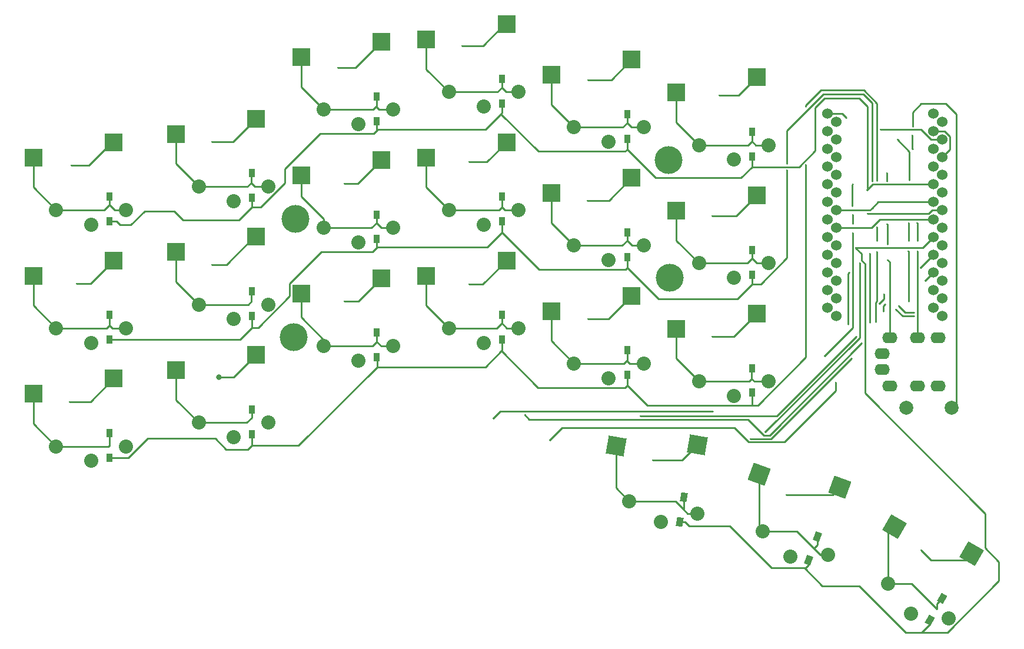
<source format=gbr>
%TF.GenerationSoftware,KiCad,Pcbnew,7.0.6*%
%TF.CreationDate,2023-09-19T12:55:28+07:00*%
%TF.ProjectId,rose,726f7365-2e6b-4696-9361-645f70636258,rev?*%
%TF.SameCoordinates,Original*%
%TF.FileFunction,Copper,L1,Top*%
%TF.FilePolarity,Positive*%
%FSLAX46Y46*%
G04 Gerber Fmt 4.6, Leading zero omitted, Abs format (unit mm)*
G04 Created by KiCad (PCBNEW 7.0.6) date 2023-09-19 12:55:28*
%MOMM*%
%LPD*%
G01*
G04 APERTURE LIST*
G04 Aperture macros list*
%AMRotRect*
0 Rectangle, with rotation*
0 The origin of the aperture is its center*
0 $1 length*
0 $2 width*
0 $3 Rotation angle, in degrees counterclockwise*
0 Add horizontal line*
21,1,$1,$2,0,0,$3*%
G04 Aperture macros list end*
%TA.AperFunction,ComponentPad*%
%ADD10C,0.500000*%
%TD*%
%TA.AperFunction,ComponentPad*%
%ADD11C,4.000000*%
%TD*%
%TA.AperFunction,ComponentPad*%
%ADD12C,2.032000*%
%TD*%
%TA.AperFunction,SMDPad,CuDef*%
%ADD13R,2.600000X2.600000*%
%TD*%
%TA.AperFunction,ComponentPad*%
%ADD14O,2.200000X1.600000*%
%TD*%
%TA.AperFunction,ComponentPad*%
%ADD15C,2.000000*%
%TD*%
%TA.AperFunction,SMDPad,CuDef*%
%ADD16RotRect,2.600000X2.600000X340.000000*%
%TD*%
%TA.AperFunction,SMDPad,CuDef*%
%ADD17RotRect,2.600000X2.600000X330.000000*%
%TD*%
%TA.AperFunction,SMDPad,CuDef*%
%ADD18RotRect,2.600000X2.600000X350.000000*%
%TD*%
%TA.AperFunction,ComponentPad*%
%ADD19C,1.524000*%
%TD*%
%TA.AperFunction,SMDPad,CuDef*%
%ADD20R,0.950000X1.300000*%
%TD*%
%TA.AperFunction,SMDPad,CuDef*%
%ADD21RotRect,1.300000X0.950000X60.000000*%
%TD*%
%TA.AperFunction,SMDPad,CuDef*%
%ADD22RotRect,1.300000X0.950000X80.000000*%
%TD*%
%TA.AperFunction,SMDPad,CuDef*%
%ADD23RotRect,1.300000X0.950000X70.000000*%
%TD*%
%TA.AperFunction,ViaPad*%
%ADD24C,0.300000*%
%TD*%
%TA.AperFunction,ViaPad*%
%ADD25C,0.800000*%
%TD*%
%TA.AperFunction,Conductor*%
%ADD26C,0.250000*%
%TD*%
G04 APERTURE END LIST*
D10*
%TO.P,H20,1*%
%TO.N,N/C*%
X81620000Y37435000D03*
X82060000Y38495000D03*
X82060000Y36375000D03*
X83120000Y38935000D03*
D11*
X83120000Y37435000D03*
D10*
X83120000Y35935000D03*
X84180000Y38495000D03*
X84180000Y36375000D03*
X84620000Y37435000D03*
%TD*%
D12*
%TO.P,S17,1,1*%
%TO.N,c5*%
X74500000Y6000000D03*
D13*
X77775000Y17850000D03*
%TO.P,S17,2,2*%
%TO.N,Net-(D17-A)*%
X66225000Y15650000D03*
D12*
X69500000Y8100000D03*
X79500000Y8100000D03*
%TD*%
D10*
%TO.P,H21,1*%
%TO.N,N/C*%
X27900000Y28935000D03*
X28340000Y29995000D03*
X28340000Y27875000D03*
X29400000Y30435000D03*
D11*
X29400000Y28935000D03*
D10*
X29400000Y27435000D03*
X30460000Y29995000D03*
X30460000Y27875000D03*
X30900000Y28935000D03*
%TD*%
D14*
%TO.P,U2,1,SLEEVE*%
%TO.N,unconnected-(U2-SLEEVE-Pad1)*%
X113792500Y9522500D03*
X113792500Y7222500D03*
%TO.P,U2,2,TIP*%
%TO.N,VCC*%
X114892500Y11822500D03*
X114892500Y4922500D03*
%TO.P,U2,3,RING1*%
%TO.N,GND*%
X118892500Y11822500D03*
X118892500Y4922500D03*
%TO.P,U2,4,RING2*%
%TO.N,data*%
X121892500Y11822500D03*
X121892500Y4922500D03*
%TD*%
D15*
%TO.P,SW1,1,1*%
%TO.N,RST*%
X123820000Y1785000D03*
%TO.P,SW1,2,2*%
%TO.N,GND*%
X117320000Y1785000D03*
%TD*%
D12*
%TO.P,S4,1,1*%
%TO.N,c4*%
X56500000Y45100000D03*
D13*
X59775000Y56950000D03*
%TO.P,S4,2,2*%
%TO.N,Net-(D4-A)*%
X48225000Y54750000D03*
D12*
X51500000Y47200000D03*
X61500000Y47200000D03*
%TD*%
%TO.P,S8,1,1*%
%TO.N,c2*%
X20500000Y14500000D03*
D13*
X23775000Y26350000D03*
%TO.P,S8,2,2*%
%TO.N,Net-(D8-A)*%
X12225000Y24150000D03*
D12*
X15500000Y16600000D03*
X25500000Y16600000D03*
%TD*%
%TO.P,S6,1,1*%
%TO.N,c6*%
X92500000Y37450000D03*
D13*
X95775000Y49300000D03*
%TO.P,S6,2,2*%
%TO.N,Net-(D6-A)*%
X84225000Y47100000D03*
D12*
X87500000Y39550000D03*
X97500000Y39550000D03*
%TD*%
%TO.P,S20,1,1*%
%TO.N,c5*%
X100632081Y-19689187D03*
D16*
X107762514Y-9673945D03*
%TO.P,S20,2,2*%
%TO.N,Net-(D20-A)*%
X96156619Y-7790936D03*
D12*
X96651861Y-16005732D03*
X106048787Y-19425933D03*
%TD*%
%TO.P,S12,1,1*%
%TO.N,c6*%
X92500000Y20450000D03*
D13*
X95775000Y32300000D03*
%TO.P,S12,2,2*%
%TO.N,Net-(D12-A)*%
X84225000Y30100000D03*
D12*
X87500000Y22550000D03*
X97500000Y22550000D03*
%TD*%
%TO.P,S14,1,1*%
%TO.N,c2*%
X20500000Y-2500000D03*
D13*
X23775000Y9350000D03*
%TO.P,S14,2,2*%
%TO.N,Net-(D14-A)*%
X12225000Y7150000D03*
D12*
X15500000Y-400000D03*
X25500000Y-400000D03*
%TD*%
%TO.P,S10,1,1*%
%TO.N,c4*%
X56500000Y28100000D03*
D13*
X59775000Y39950000D03*
%TO.P,S10,2,2*%
%TO.N,Net-(D10-A)*%
X48225000Y37750000D03*
D12*
X51500000Y30200000D03*
X61500000Y30200000D03*
%TD*%
%TO.P,S13,1,1*%
%TO.N,c1*%
X0Y-5900000D03*
D13*
X3275000Y5950000D03*
%TO.P,S13,2,2*%
%TO.N,Net-(D13-A)*%
X-8275000Y3750000D03*
D12*
X-5000000Y-3800000D03*
X5000000Y-3800000D03*
%TD*%
%TO.P,S16,1,1*%
%TO.N,c4*%
X56500000Y11100000D03*
D13*
X59775000Y22950000D03*
%TO.P,S16,2,2*%
%TO.N,Net-(D16-A)*%
X48225000Y20750000D03*
D12*
X51500000Y13200000D03*
X61500000Y13200000D03*
%TD*%
%TO.P,S7,1,1*%
%TO.N,c1*%
X0Y11100000D03*
D13*
X3275000Y22950000D03*
%TO.P,S7,2,2*%
%TO.N,Net-(D7-A)*%
X-8275000Y20750000D03*
D12*
X-5000000Y13200000D03*
X5000000Y13200000D03*
%TD*%
%TO.P,S21,1,1*%
%TO.N,c6*%
X117977036Y-27862798D03*
D17*
X126738269Y-19237897D03*
%TO.P,S21,2,2*%
%TO.N,Net-(D21-A)*%
X115635676Y-15368153D03*
D12*
X114696909Y-23544144D03*
X123357163Y-28544144D03*
%TD*%
%TO.P,S11,1,1*%
%TO.N,c5*%
X74500000Y23000000D03*
D13*
X77775000Y34850000D03*
%TO.P,S11,2,2*%
%TO.N,Net-(D11-A)*%
X66225000Y32650000D03*
D12*
X69500000Y25100000D03*
X79500000Y25100000D03*
%TD*%
%TO.P,S18,1,1*%
%TO.N,c6*%
X92500000Y3450000D03*
D13*
X95775000Y15300000D03*
%TO.P,S18,2,2*%
%TO.N,Net-(D18-A)*%
X84225000Y13100000D03*
D12*
X87500000Y5550000D03*
X97500000Y5550000D03*
%TD*%
%TO.P,S3,1,1*%
%TO.N,c3*%
X38500000Y42550000D03*
D13*
X41775000Y54400000D03*
%TO.P,S3,2,2*%
%TO.N,Net-(D3-A)*%
X30225000Y52200000D03*
D12*
X33500000Y44650000D03*
X43500000Y44650000D03*
%TD*%
%TO.P,S19,1,1*%
%TO.N,c4*%
X81997518Y-14653907D03*
D18*
X87280495Y-3552633D03*
%TO.P,S19,2,2*%
%TO.N,Net-(D19-A)*%
X75523939Y-3713574D03*
D12*
X77438141Y-11717570D03*
X87286218Y-13454052D03*
%TD*%
D10*
%TO.P,H22,1*%
%TO.N,N/C*%
X81790000Y20455000D03*
X82230000Y21515000D03*
X82230000Y19395000D03*
X83290000Y21955000D03*
D11*
X83290000Y20455000D03*
D10*
X83290000Y18955000D03*
X84350000Y21515000D03*
X84350000Y19395000D03*
X84790000Y20455000D03*
%TD*%
D12*
%TO.P,S9,1,1*%
%TO.N,c3*%
X38500000Y25550000D03*
D13*
X41775000Y37400000D03*
%TO.P,S9,2,2*%
%TO.N,Net-(D9-A)*%
X30225000Y35200000D03*
D12*
X33500000Y27650000D03*
X43500000Y27650000D03*
%TD*%
%TO.P,S5,1,1*%
%TO.N,c5*%
X74500000Y40000000D03*
D13*
X77775000Y51850000D03*
%TO.P,S5,2,2*%
%TO.N,Net-(D5-A)*%
X66225000Y49650000D03*
D12*
X69500000Y42100000D03*
X79500000Y42100000D03*
%TD*%
%TO.P,S15,1,1*%
%TO.N,c3*%
X38500000Y8550000D03*
D13*
X41775000Y20400000D03*
%TO.P,S15,2,2*%
%TO.N,Net-(D15-A)*%
X30225000Y18200000D03*
D12*
X33500000Y10650000D03*
X43500000Y10650000D03*
%TD*%
D10*
%TO.P,H19,1*%
%TO.N,N/C*%
X27660000Y11935000D03*
X28100000Y12995000D03*
X28100000Y10875000D03*
X29160000Y13435000D03*
D11*
X29160000Y11935000D03*
D10*
X29160000Y10435000D03*
X30220000Y12995000D03*
X30220000Y10875000D03*
X30660000Y11935000D03*
%TD*%
D12*
%TO.P,S2,1,1*%
%TO.N,c2*%
X20500000Y31500000D03*
D13*
X23775000Y43350000D03*
%TO.P,S2,2,2*%
%TO.N,Net-(D2-A)*%
X12225000Y41150000D03*
D12*
X15500000Y33600000D03*
X25500000Y33600000D03*
%TD*%
D19*
%TO.P,U1,1,TX0/PD3*%
%TO.N,unconnected-(U1-TX0{slash}PD3-Pad1)*%
X105950000Y44075000D03*
X122488815Y42879255D03*
%TO.P,U1,2,RX1/PD2*%
%TO.N,data*%
X105950000Y41535000D03*
X122488815Y40339255D03*
%TO.P,U1,3,GND*%
%TO.N,GND*%
X105950000Y38995000D03*
X122488815Y37799255D03*
%TO.P,U1,4,GND*%
X105950000Y36455000D03*
X122488815Y35259255D03*
%TO.P,U1,5,2/PD1*%
%TO.N,c1*%
X105950000Y33915000D03*
X122488815Y32719255D03*
%TO.P,U1,6,3/PD0*%
%TO.N,c2*%
X105950000Y31375000D03*
X122488815Y30179255D03*
%TO.P,U1,7,4/PD4*%
%TO.N,c3*%
X105950000Y28835000D03*
X122488815Y27639255D03*
%TO.P,U1,8,5/PC6*%
%TO.N,c4*%
X105950000Y26295000D03*
X122488815Y25099255D03*
%TO.P,U1,9,6/PD7*%
%TO.N,c5*%
X105950000Y23755000D03*
X122488815Y22559255D03*
%TO.P,U1,10,7/PE6*%
%TO.N,c6*%
X105950000Y21215000D03*
X122488815Y20019255D03*
%TO.P,U1,11,8/PB4*%
%TO.N,unconnected-(U1-8{slash}PB4-Pad11)*%
X105950000Y18675000D03*
X122488815Y17479255D03*
%TO.P,U1,12,9/PB5*%
%TO.N,unconnected-(U1-9{slash}PB5-Pad12)*%
X105950000Y16135000D03*
X122488815Y14939255D03*
%TO.P,U1,13,10/PB6*%
%TO.N,unconnected-(U1-10{slash}PB6-Pad13)*%
X107248815Y14939255D03*
X121190000Y16135000D03*
%TO.P,U1,14,16/PB2*%
%TO.N,unconnected-(U1-16{slash}PB2-Pad14)*%
X107248815Y17479255D03*
X121190000Y18675000D03*
%TO.P,U1,15,14/PB3*%
%TO.N,unconnected-(U1-14{slash}PB3-Pad15)*%
X107248815Y20019255D03*
X121190000Y21215000D03*
%TO.P,U1,16,15/PB1*%
%TO.N,unconnected-(U1-15{slash}PB1-Pad16)*%
X107248815Y22559255D03*
X121190000Y23755000D03*
%TO.P,U1,17,A0/PF7*%
%TO.N,r4*%
X107248815Y25099255D03*
X121190000Y26295000D03*
%TO.P,U1,18,A1/PF6*%
%TO.N,r3*%
X107248815Y27639255D03*
X121190000Y28835000D03*
%TO.P,U1,19,A2/PF5*%
%TO.N,r2*%
X107248815Y30179255D03*
X121190000Y31375000D03*
%TO.P,U1,20,A3/PF4*%
%TO.N,r1*%
X107248815Y32719255D03*
X121190000Y33915000D03*
%TO.P,U1,21,VCC*%
%TO.N,VCC*%
X107248815Y35259255D03*
X121190000Y36455000D03*
%TO.P,U1,22,RST*%
%TO.N,RST*%
X107248815Y37799255D03*
X121190000Y38995000D03*
%TO.P,U1,23,GND*%
%TO.N,GND*%
X107248815Y40339255D03*
X121190000Y41535000D03*
%TO.P,U1,24,RAW*%
%TO.N,unconnected-(U1-RAW-Pad24)*%
X107248815Y42879255D03*
X121190000Y44075000D03*
%TD*%
D12*
%TO.P,S1,1,1*%
%TO.N,c1*%
X0Y28100000D03*
D13*
X3275000Y39950000D03*
%TO.P,S1,2,2*%
%TO.N,Net-(D1-A)*%
X-8275000Y37750000D03*
D12*
X-5000000Y30200000D03*
X5000000Y30200000D03*
%TD*%
D20*
%TO.P,D8,1,K*%
%TO.N,r2*%
X23130000Y14965000D03*
%TO.P,D8,2,A*%
%TO.N,Net-(D8-A)*%
X23130000Y18515000D03*
%TD*%
%TO.P,D6,1,K*%
%TO.N,r1*%
X95130000Y37915000D03*
%TO.P,D6,2,A*%
%TO.N,Net-(D6-A)*%
X95130000Y41465000D03*
%TD*%
%TO.P,D15,1,K*%
%TO.N,r3*%
X41130000Y9015000D03*
%TO.P,D15,2,A*%
%TO.N,Net-(D15-A)*%
X41130000Y12565000D03*
%TD*%
D21*
%TO.P,D21,1,K*%
%TO.N,r4*%
X120682500Y-28792195D03*
%TO.P,D21,2,A*%
%TO.N,Net-(D21-A)*%
X122457500Y-25717805D03*
%TD*%
D20*
%TO.P,D5,1,K*%
%TO.N,r1*%
X77130000Y40465000D03*
%TO.P,D5,2,A*%
%TO.N,Net-(D5-A)*%
X77130000Y44015000D03*
%TD*%
D22*
%TO.P,D19,1,K*%
%TO.N,r4*%
X84668309Y-14652667D03*
%TO.P,D19,2,A*%
%TO.N,Net-(D19-A)*%
X85284761Y-11156599D03*
%TD*%
D20*
%TO.P,D17,1,K*%
%TO.N,r3*%
X77130000Y6465000D03*
%TO.P,D17,2,A*%
%TO.N,Net-(D17-A)*%
X77130000Y10015000D03*
%TD*%
%TO.P,D4,1,K*%
%TO.N,r1*%
X59130000Y45565000D03*
%TO.P,D4,2,A*%
%TO.N,Net-(D4-A)*%
X59130000Y49115000D03*
%TD*%
%TO.P,D14,1,K*%
%TO.N,r3*%
X23130000Y-2035000D03*
%TO.P,D14,2,A*%
%TO.N,Net-(D14-A)*%
X23130000Y1515000D03*
%TD*%
%TO.P,D9,1,K*%
%TO.N,r2*%
X41130000Y26015000D03*
%TO.P,D9,2,A*%
%TO.N,Net-(D9-A)*%
X41130000Y29565000D03*
%TD*%
%TO.P,D3,1,K*%
%TO.N,r1*%
X41130000Y43015000D03*
%TO.P,D3,2,A*%
%TO.N,Net-(D3-A)*%
X41130000Y46565000D03*
%TD*%
%TO.P,D13,1,K*%
%TO.N,r3*%
X2630000Y-5435000D03*
%TO.P,D13,2,A*%
%TO.N,Net-(D13-A)*%
X2630000Y-1885000D03*
%TD*%
%TO.P,D10,1,K*%
%TO.N,r2*%
X59130000Y28565000D03*
%TO.P,D10,2,A*%
%TO.N,Net-(D10-A)*%
X59130000Y32115000D03*
%TD*%
%TO.P,D1,1,K*%
%TO.N,r1*%
X2630000Y28565000D03*
%TO.P,D1,2,A*%
%TO.N,Net-(D1-A)*%
X2630000Y32115000D03*
%TD*%
%TO.P,D18,1,K*%
%TO.N,r3*%
X95130000Y3915000D03*
%TO.P,D18,2,A*%
%TO.N,Net-(D18-A)*%
X95130000Y7465000D03*
%TD*%
%TO.P,D11,1,K*%
%TO.N,r2*%
X77130000Y23465000D03*
%TO.P,D11,2,A*%
%TO.N,Net-(D11-A)*%
X77130000Y27015000D03*
%TD*%
%TO.P,D16,1,K*%
%TO.N,r3*%
X59130000Y11565000D03*
%TO.P,D16,2,A*%
%TO.N,Net-(D16-A)*%
X59130000Y15115000D03*
%TD*%
%TO.P,D2,1,K*%
%TO.N,r1*%
X23130000Y31965000D03*
%TO.P,D2,2,A*%
%TO.N,Net-(D2-A)*%
X23130000Y35515000D03*
%TD*%
%TO.P,D7,1,K*%
%TO.N,r2*%
X2630000Y11565000D03*
%TO.P,D7,2,A*%
%TO.N,Net-(D7-A)*%
X2630000Y15115000D03*
%TD*%
D23*
%TO.P,D20,1,K*%
%TO.N,r4*%
X103262513Y-20151742D03*
%TO.P,D20,2,A*%
%TO.N,Net-(D20-A)*%
X104476685Y-16815834D03*
%TD*%
D20*
%TO.P,D12,1,K*%
%TO.N,r2*%
X95130000Y20915000D03*
%TO.P,D12,2,A*%
%TO.N,Net-(D12-A)*%
X95130000Y24465000D03*
%TD*%
D24*
%TO.N,unconnected-(U1-TX0{slash}PD3-Pad1)*%
X108630000Y43485000D03*
%TO.N,unconnected-(U1-9{slash}PB5-Pad12)*%
X115804477Y15910523D03*
X118418000Y14945000D03*
%TO.N,unconnected-(U1-16{slash}PB2-Pad14)*%
X114110000Y18062500D03*
X113384500Y16715000D03*
%TO.N,unconnected-(U1-15{slash}PB1-Pad16)*%
X119370000Y21935000D03*
%TO.N,unconnected-(U1-14{slash}PB3-Pad15)*%
X120010000Y20045000D03*
%TO.N,unconnected-(U1-10{slash}PB6-Pad13)*%
X113980000Y15660500D03*
X114250000Y16655000D03*
X118418000Y15444503D03*
X116200000Y16405000D03*
%TO.N,r4*%
X119520000Y-30585000D03*
X102750000Y-21395000D03*
X86100000Y-15255000D03*
X110050000Y24775000D03*
%TO.N,r3*%
X41150000Y7615000D03*
X23120000Y-3695000D03*
X95180000Y2065000D03*
X113060000Y28425000D03*
X3740000Y-5425000D03*
X59060000Y9935000D03*
X102861897Y45075000D03*
X77150000Y4935000D03*
X102861897Y36693103D03*
X113100000Y34435000D03*
%TO.N,r2*%
X3670000Y11585000D03*
X100150000Y35940500D03*
X59160000Y27005000D03*
X112374652Y34379822D03*
X100140000Y36895000D03*
X23140000Y13265000D03*
X41120000Y24785000D03*
X77160000Y21925000D03*
X112370000Y30475000D03*
X95130000Y19535000D03*
%TO.N,r1*%
X111610000Y33055000D03*
X77150000Y38935000D03*
X23160000Y30605000D03*
X58990000Y44035000D03*
X95110000Y36415000D03*
X3670000Y28595000D03*
X41130000Y41625000D03*
%TO.N,c6*%
X90410500Y46705000D03*
X119397106Y-18732106D03*
X108930000Y13805000D03*
X89375000Y29335000D03*
X89375000Y12005000D03*
X109070000Y21215000D03*
%TO.N,c5*%
X100050907Y-10745907D03*
X71375000Y31595000D03*
X110590000Y22559255D03*
X71504999Y14545000D03*
X71504999Y48925000D03*
X97011977Y-1733023D03*
%TO.N,c4*%
X80830004Y-5805000D03*
X79030000Y575000D03*
X54410500Y37145000D03*
X54410500Y19515000D03*
X53375000Y53845000D03*
X110069477Y11995523D03*
X112090000Y23915000D03*
X112090000Y14016046D03*
%TO.N,c3*%
X36410500Y17075000D03*
X35504999Y50675000D03*
X113059647Y27753601D03*
X62439032Y714032D03*
X112910000Y14105000D03*
X110880500Y11045000D03*
X36410500Y34035000D03*
X113070000Y24215000D03*
X113053721Y25820500D03*
%TO.N,c2*%
X89410000Y1265000D03*
X17375000Y22355000D03*
X94850000Y-2695000D03*
X57880000Y239532D03*
X109410000Y8845000D03*
X17375000Y40055000D03*
X117590000Y24300500D03*
X117640000Y28360500D03*
X111750000Y29704755D03*
X117620000Y29704755D03*
X117610000Y17045000D03*
X117640000Y25820500D03*
D25*
X18410500Y6115000D03*
D24*
%TO.N,c1*%
X107160000Y5395000D03*
X109480000Y30755000D03*
X-3125000Y2615000D03*
X105540000Y9235000D03*
X109610000Y26915000D03*
X109580000Y33915000D03*
X-2830000Y36655000D03*
X109610000Y28285000D03*
X109580000Y29505000D03*
X66029032Y-2875968D03*
X-2089500Y19605000D03*
%TO.N,VCC*%
X114540000Y28205000D03*
X114590000Y23033755D03*
X114540000Y35555000D03*
X114540000Y34389500D03*
X114600000Y25249500D03*
%TO.N,RST*%
X118190000Y40945000D03*
X118200000Y42259500D03*
X118220000Y38995000D03*
%TO.N,Net-(D9-A)*%
X41090000Y28375000D03*
%TO.N,Net-(D8-A)*%
X23110000Y17085000D03*
%TO.N,Net-(D7-A)*%
X2640000Y13615000D03*
%TO.N,Net-(D6-A)*%
X95110000Y40095000D03*
%TO.N,Net-(D5-A)*%
X77140000Y42745000D03*
%TO.N,Net-(D4-A)*%
X59100000Y47805000D03*
%TO.N,Net-(D3-A)*%
X41020000Y45095000D03*
%TO.N,Net-(D21-A)*%
X121730000Y-27215000D03*
%TO.N,Net-(D20-A)*%
X104000000Y-18475000D03*
%TO.N,Net-(D2-A)*%
X23040000Y34125000D03*
%TO.N,Net-(D19-A)*%
X85300000Y-12935000D03*
%TO.N,Net-(D18-A)*%
X95060000Y5935000D03*
%TO.N,Net-(D17-A)*%
X77110000Y8515000D03*
%TO.N,Net-(D16-A)*%
X59100000Y13915000D03*
%TO.N,Net-(D15-A)*%
X41130000Y11265000D03*
%TO.N,Net-(D14-A)*%
X23150000Y325000D03*
%TO.N,Net-(D13-A)*%
X2620000Y-3775000D03*
%TO.N,Net-(D12-A)*%
X95150000Y23225000D03*
%TO.N,Net-(D11-A)*%
X77130000Y25785000D03*
%TO.N,Net-(D10-A)*%
X59120000Y30635000D03*
%TO.N,Net-(D1-A)*%
X2660000Y30925000D03*
%TO.N,GND*%
X116000000Y40339255D03*
X117750000Y34527500D03*
X118870000Y24300500D03*
X118870000Y25820500D03*
X118840000Y28360500D03*
%TO.N,data*%
X113574500Y41792255D03*
%TD*%
D26*
%TO.N,unconnected-(U1-TX0{slash}PD3-Pad1)*%
X108630000Y43485000D02*
X108040000Y44075000D01*
X108040000Y44075000D02*
X105950000Y44075000D01*
%TO.N,unconnected-(U1-9{slash}PB5-Pad12)*%
X116770000Y14945000D02*
X118418000Y14945000D01*
X115804477Y15910523D02*
X116770000Y14945000D01*
%TO.N,unconnected-(U1-16{slash}PB2-Pad14)*%
X114110000Y18062500D02*
X114110000Y17440500D01*
X114110000Y17440500D02*
X113384500Y16715000D01*
%TO.N,unconnected-(U1-15{slash}PB1-Pad16)*%
X119370000Y21935000D02*
X121190000Y23755000D01*
%TO.N,unconnected-(U1-14{slash}PB3-Pad15)*%
X120020000Y20045000D02*
X121190000Y21215000D01*
X120010000Y20045000D02*
X120020000Y20045000D01*
%TO.N,unconnected-(U1-10{slash}PB6-Pad13)*%
X116200000Y16405000D02*
X117160497Y15444503D01*
X117160497Y15444503D02*
X118418000Y15444503D01*
X113980000Y15660500D02*
X113980000Y16385000D01*
X113980000Y16385000D02*
X114250000Y16655000D01*
%TO.N,r4*%
X97880000Y-21235000D02*
X102590000Y-21235000D01*
X102750000Y-21395000D02*
X105230000Y-23875000D01*
X120682500Y-29422500D02*
X119520000Y-30585000D01*
X120682500Y-28792195D02*
X120682500Y-29422500D01*
X130630000Y-23167768D02*
X123212768Y-30585000D01*
X110490000Y-23875000D02*
X117200000Y-30585000D01*
X110050000Y24740000D02*
X110890000Y23900000D01*
X128640000Y-13451294D02*
X128640000Y-18428342D01*
X84668309Y-14652667D02*
X85497667Y-14652667D01*
X110890000Y23900000D02*
X110890000Y22935000D01*
X111355000Y3833706D02*
X128640000Y-13451294D01*
X111355000Y22470000D02*
X111355000Y3833706D01*
X128640000Y-18428342D02*
X130630000Y-20418342D01*
X103262513Y-20151742D02*
X103262513Y-20882487D01*
X105230000Y-23875000D02*
X110490000Y-23875000D01*
X102590000Y-21235000D02*
X102750000Y-21395000D01*
X91900000Y-15255000D02*
X97880000Y-21235000D01*
X117200000Y-30585000D02*
X119520000Y-30585000D01*
X86100000Y-15255000D02*
X91900000Y-15255000D01*
X123212768Y-30585000D02*
X119520000Y-30585000D01*
X110890000Y22935000D02*
X111355000Y22470000D01*
X130630000Y-20418342D02*
X130630000Y-23167768D01*
X110050000Y24775000D02*
X119670000Y24775000D01*
X85497667Y-14652667D02*
X86100000Y-15255000D01*
X103262513Y-20882487D02*
X102750000Y-21395000D01*
X110050000Y24775000D02*
X110050000Y24740000D01*
X119670000Y24775000D02*
X121190000Y26295000D01*
%TO.N,r3*%
X95130000Y2115000D02*
X95961461Y2115000D01*
X76874000Y4659000D02*
X77150000Y4935000D01*
X3740000Y-5425000D02*
X3800000Y-5485000D01*
X3730000Y-5435000D02*
X3740000Y-5425000D01*
X107248815Y27639255D02*
X112274255Y27639255D01*
X95961461Y2115000D02*
X102861897Y9015436D01*
X59130000Y10005000D02*
X59060000Y9935000D01*
X77130000Y4955000D02*
X77150000Y4935000D01*
X113100000Y45541396D02*
X113100000Y34435000D01*
X23130000Y-3685000D02*
X23120000Y-3695000D01*
X112274255Y27639255D02*
X113060000Y28425000D01*
X56740000Y7615000D02*
X59060000Y9935000D01*
X23120000Y-3695000D02*
X29840000Y-3695000D01*
X41150000Y7615000D02*
X41150000Y8995000D01*
X102861897Y45276897D02*
X105050000Y47465000D01*
X95130000Y3915000D02*
X95130000Y2115000D01*
X41150000Y7615000D02*
X56740000Y7615000D01*
X23130000Y-2035000D02*
X23130000Y-3685000D01*
X80020000Y2065000D02*
X95180000Y2065000D01*
X29840000Y-3695000D02*
X41150000Y7615000D01*
X77150000Y4935000D02*
X80020000Y2065000D01*
X64336000Y4659000D02*
X76874000Y4659000D01*
X105050000Y47465000D02*
X111176396Y47465000D01*
X3800000Y-5485000D02*
X5340000Y-5485000D01*
X5340000Y-5485000D02*
X8150000Y-2675000D01*
X2630000Y-5435000D02*
X3730000Y-5435000D01*
X8150000Y-2675000D02*
X17870000Y-2675000D01*
X102861897Y45075000D02*
X102861897Y45276897D01*
X17870000Y-2675000D02*
X19460000Y-4265000D01*
X22550000Y-4265000D02*
X23120000Y-3695000D01*
X59130000Y11565000D02*
X59130000Y10005000D01*
X102861897Y9015436D02*
X102861897Y36693103D01*
X19460000Y-4265000D02*
X22550000Y-4265000D01*
X111176396Y47465000D02*
X113100000Y45541396D01*
X95130000Y2115000D02*
X95180000Y2065000D01*
X41150000Y8995000D02*
X41130000Y9015000D01*
X59060000Y9935000D02*
X64336000Y4659000D01*
X121190000Y28835000D02*
X113470000Y28835000D01*
X113470000Y28835000D02*
X113060000Y28425000D01*
X77130000Y6465000D02*
X77130000Y4955000D01*
%TO.N,r2*%
X56980000Y24825000D02*
X59160000Y27005000D01*
X95130000Y20915000D02*
X95130000Y19535000D01*
X76894000Y21659000D02*
X77160000Y21925000D01*
X23130000Y13275000D02*
X23140000Y13265000D01*
X100150000Y23303539D02*
X100150000Y35940500D01*
X3670000Y11585000D02*
X3700000Y11615000D01*
X64506000Y21659000D02*
X76894000Y21659000D01*
X41130000Y26015000D02*
X41130000Y24795000D01*
X41130000Y24795000D02*
X41120000Y24785000D01*
X92980000Y17385000D02*
X95130000Y19535000D01*
X28600000Y17803539D02*
X28600000Y19655000D01*
X3700000Y11615000D02*
X21490000Y11615000D01*
X113270000Y31375000D02*
X121190000Y31375000D01*
X40544000Y24209000D02*
X41120000Y24785000D01*
X105400000Y46905000D02*
X111100000Y46905000D01*
X33154000Y24209000D02*
X40544000Y24209000D01*
X77130000Y23465000D02*
X77130000Y21955000D01*
X41120000Y24785000D02*
X41160000Y24825000D01*
X112374652Y45630348D02*
X112374652Y34379822D01*
X3650000Y11565000D02*
X3670000Y11585000D01*
X100140000Y36895000D02*
X100140000Y41645000D01*
X59130000Y27035000D02*
X59160000Y27005000D01*
X59130000Y28565000D02*
X59130000Y27035000D01*
X23140000Y13265000D02*
X24061461Y13265000D01*
X112370000Y30475000D02*
X112074255Y30179255D01*
X77130000Y21955000D02*
X77160000Y21925000D01*
X24061461Y13265000D02*
X28600000Y17803539D01*
X100140000Y41645000D02*
X105400000Y46905000D01*
X81700000Y17385000D02*
X92980000Y17385000D01*
X59160000Y27005000D02*
X64506000Y21659000D01*
X95130000Y19535000D02*
X96381461Y19535000D01*
X28600000Y19655000D02*
X33154000Y24209000D01*
X2630000Y11565000D02*
X3650000Y11565000D01*
X23130000Y14965000D02*
X23130000Y13275000D01*
X96381461Y19535000D02*
X100150000Y23303539D01*
X21490000Y11615000D02*
X23140000Y13265000D01*
X41160000Y24825000D02*
X56980000Y24825000D01*
X111100000Y46905000D02*
X112374652Y45630348D01*
X77160000Y21925000D02*
X81700000Y17385000D01*
X112074255Y30179255D02*
X107248815Y30179255D01*
X112370000Y30475000D02*
X113270000Y31375000D01*
%TO.N,r1*%
X23130000Y31965000D02*
X23130000Y30635000D01*
X24401461Y30605000D02*
X23160000Y30605000D01*
X77130000Y38955000D02*
X77150000Y38935000D01*
X11940000Y30055000D02*
X13240000Y28755000D01*
X59130000Y45565000D02*
X59130000Y44175000D01*
X77130000Y40465000D02*
X77130000Y38955000D01*
X95110000Y36415000D02*
X101912749Y36415000D01*
X112470000Y33915000D02*
X121190000Y33915000D01*
X101912749Y36415000D02*
X104210000Y38712251D01*
X95130000Y37915000D02*
X95130000Y36435000D01*
X111710000Y45085000D02*
X111710000Y33155000D01*
X77150000Y38935000D02*
X81240000Y34845000D01*
X40714000Y41209000D02*
X32984000Y41209000D01*
X4220000Y28045000D02*
X5750000Y28045000D01*
X111610000Y33055000D02*
X112470000Y33915000D01*
X2630000Y28565000D02*
X3640000Y28565000D01*
X27900000Y36125000D02*
X27900000Y34103539D01*
X23130000Y30635000D02*
X23160000Y30605000D01*
X59130000Y44175000D02*
X58990000Y44035000D01*
X3640000Y28565000D02*
X3670000Y28595000D01*
X41130000Y41625000D02*
X40714000Y41209000D01*
X32984000Y41209000D02*
X27900000Y36125000D01*
X104210000Y44945000D02*
X105530000Y46265000D01*
X41130000Y41625000D02*
X41330000Y41825000D01*
X95130000Y36435000D02*
X95110000Y36415000D01*
X41330000Y41825000D02*
X56780000Y41825000D01*
X21310000Y28755000D02*
X23160000Y30605000D01*
X13240000Y28755000D02*
X21310000Y28755000D01*
X41130000Y41625000D02*
X41130000Y43015000D01*
X56780000Y41825000D02*
X58990000Y44035000D01*
X110530000Y46265000D02*
X111710000Y45085000D01*
X104210000Y38712251D02*
X104210000Y44945000D01*
X111710000Y33155000D02*
X111610000Y33055000D01*
X27900000Y34103539D02*
X24401461Y30605000D01*
X64366000Y38659000D02*
X76874000Y38659000D01*
X76874000Y38659000D02*
X77150000Y38935000D01*
X3670000Y28595000D02*
X4220000Y28045000D01*
X93540000Y34845000D02*
X95110000Y36415000D01*
X105530000Y46265000D02*
X110530000Y46265000D01*
X81240000Y34845000D02*
X93540000Y34845000D01*
X5750000Y28045000D02*
X7760000Y30055000D01*
X58990000Y44035000D02*
X64366000Y38659000D01*
X7760000Y30055000D02*
X11940000Y30055000D01*
%TO.N,c6*%
X108930000Y13805000D02*
X108930000Y21075000D01*
X92480000Y12005000D02*
X89375000Y12005000D01*
X125786603Y-20189563D02*
X120854563Y-20189563D01*
X95775000Y49300000D02*
X93180000Y46705000D01*
X92810000Y29335000D02*
X89375000Y29335000D01*
X95775000Y32300000D02*
X92810000Y29335000D01*
X108930000Y21075000D02*
X109070000Y21215000D01*
X93180000Y46705000D02*
X90410500Y46705000D01*
X126738269Y-19237897D02*
X125786603Y-20189563D01*
X95775000Y15300000D02*
X92480000Y12005000D01*
X120854563Y-20189563D02*
X119397106Y-18732106D01*
%TO.N,c5*%
X77775000Y34850000D02*
X74520000Y31595000D01*
X74520000Y31595000D02*
X71375000Y31595000D01*
X97011977Y-1733023D02*
X110590000Y11845000D01*
X77775000Y51850000D02*
X74850000Y48925000D01*
X74850000Y48925000D02*
X71504999Y48925000D01*
X77775000Y17850000D02*
X74470000Y14545000D01*
X107762514Y-9673945D02*
X106690552Y-10745907D01*
X74470000Y14545000D02*
X71504999Y14545000D01*
X106690552Y-10745907D02*
X100050907Y-10745907D01*
X110590000Y11845000D02*
X110590000Y22559255D01*
%TO.N,c4*%
X56390001Y53845000D02*
X53375000Y53845000D01*
X98648954Y575000D02*
X110069477Y11995523D01*
X85028128Y-5805000D02*
X80830004Y-5805000D01*
X87280495Y-3552633D02*
X85028128Y-5805000D01*
X59775000Y39950000D02*
X56970000Y37145000D01*
X56970000Y37145000D02*
X54410500Y37145000D01*
X59775000Y22950000D02*
X56340000Y19515000D01*
X59495001Y56950000D02*
X56390001Y53845000D01*
X59775000Y56950000D02*
X59495001Y56950000D01*
X56340000Y19515000D02*
X54410500Y19515000D01*
X79030000Y575000D02*
X98648954Y575000D01*
X112090000Y23915000D02*
X112090000Y14016046D01*
%TO.N,c3*%
X62439032Y714032D02*
X63053064Y100000D01*
X38450000Y17075000D02*
X36410500Y17075000D01*
X113070000Y24215000D02*
X113070000Y17072252D01*
X41775000Y20400000D02*
X38450000Y17075000D01*
X41775000Y54400000D02*
X38050000Y50675000D01*
X112910000Y16912252D02*
X112910000Y14105000D01*
X113053721Y25820500D02*
X113053721Y27747675D01*
X113053721Y27747675D02*
X113059647Y27753601D01*
X63053064Y100000D02*
X94507202Y100000D01*
X97627477Y-2208023D02*
X110880500Y11045000D01*
X38410000Y34035000D02*
X36410500Y34035000D01*
X41775000Y37400000D02*
X38410000Y34035000D01*
X38050000Y50675000D02*
X35504999Y50675000D01*
X113070000Y17072252D02*
X112910000Y16912252D01*
X94507202Y100000D02*
X96815225Y-2208023D01*
X96815225Y-2208023D02*
X97627477Y-2208023D01*
%TO.N,c2*%
X58905468Y1265000D02*
X89410000Y1265000D01*
X94850000Y-2695000D02*
X97870000Y-2695000D01*
X120522504Y29704755D02*
X120997004Y30179255D01*
X20480000Y40055000D02*
X17375000Y40055000D01*
X117640000Y25820500D02*
X117640000Y28360500D01*
X117620000Y29704755D02*
X120522504Y29704755D01*
X23775000Y9350000D02*
X20540000Y6115000D01*
X19500001Y22355000D02*
X17375000Y22355000D01*
X117610000Y17045000D02*
X117610000Y24280500D01*
X57880000Y239532D02*
X58905468Y1265000D01*
X20540000Y6115000D02*
X18410500Y6115000D01*
X23775000Y26350000D02*
X23495001Y26350000D01*
X23775000Y43350000D02*
X20480000Y40055000D01*
X120997004Y30179255D02*
X122488815Y30179255D01*
X117610000Y24280500D02*
X117590000Y24300500D01*
X23495001Y26350000D02*
X19500001Y22355000D01*
X97870000Y-2695000D02*
X109410000Y8845000D01*
X111750000Y29704755D02*
X117620000Y29704755D01*
%TO.N,c1*%
X-299999Y36655000D02*
X-2830000Y36655000D01*
X109610000Y29475000D02*
X109580000Y29505000D01*
X3275000Y5950000D02*
X-60000Y2615000D01*
X107160000Y4245000D02*
X99745000Y-3170000D01*
X99745000Y-3170000D02*
X94653248Y-3170000D01*
X67796065Y-1108935D02*
X66029032Y-2875968D01*
X109480000Y30755000D02*
X109480000Y33815000D01*
X109575000Y26880000D02*
X109610000Y26915000D01*
X94653248Y-3170000D02*
X92592183Y-1108935D01*
X109575000Y13270000D02*
X109575000Y26880000D01*
X107160000Y5395000D02*
X107160000Y4245000D01*
X-70000Y19605000D02*
X-2089500Y19605000D01*
X109480000Y33815000D02*
X109580000Y33915000D01*
X92592183Y-1108935D02*
X67796065Y-1108935D01*
X105540000Y9235000D02*
X109575000Y13270000D01*
X3275000Y22950000D02*
X-70000Y19605000D01*
X109610000Y28285000D02*
X109610000Y29475000D01*
X3275000Y39950000D02*
X2995001Y39950000D01*
X-60000Y2615000D02*
X-3125000Y2615000D01*
X2995001Y39950000D02*
X-299999Y36655000D01*
%TO.N,VCC*%
X114540000Y35555000D02*
X114540000Y34389500D01*
X114600000Y28145000D02*
X114540000Y28205000D01*
X114892500Y22731255D02*
X114892500Y11822500D01*
X114590000Y23033755D02*
X114892500Y22731255D01*
X114600000Y25249500D02*
X114600000Y28145000D01*
%TO.N,RST*%
X123820000Y1785000D02*
X124470000Y2435000D01*
X118200000Y44245000D02*
X118200000Y42259500D01*
X118190000Y40945000D02*
X118190000Y39025000D01*
X124470000Y2435000D02*
X124470000Y43975000D01*
X122960000Y45485000D02*
X119440000Y45485000D01*
X124470000Y43975000D02*
X122960000Y45485000D01*
X118190000Y39025000D02*
X118220000Y38995000D01*
X119440000Y45485000D02*
X118200000Y44245000D01*
%TO.N,Net-(D9-A)*%
X30225000Y35200000D02*
X30225000Y32170000D01*
X33500000Y27650000D02*
X40365000Y27650000D01*
X30225000Y32170000D02*
X33500000Y28895000D01*
X43500000Y27650000D02*
X41815000Y27650000D01*
X40365000Y27650000D02*
X41090000Y28375000D01*
X41815000Y27650000D02*
X41090000Y28375000D01*
X41130000Y29565000D02*
X41130000Y28415000D01*
X33500000Y28895000D02*
X33500000Y27650000D01*
X41130000Y28415000D02*
X41090000Y28375000D01*
%TO.N,Net-(D8-A)*%
X12225000Y19875000D02*
X15500000Y16600000D01*
X15500000Y16600000D02*
X22625000Y16600000D01*
X22625000Y16600000D02*
X23110000Y17085000D01*
X23110000Y17085000D02*
X23110000Y18495000D01*
X23110000Y18495000D02*
X23130000Y18515000D01*
X12225000Y24150000D02*
X12225000Y19875000D01*
%TO.N,Net-(D7-A)*%
X-8275000Y16475000D02*
X-5000000Y13200000D01*
X2225000Y13200000D02*
X-5000000Y13200000D01*
X2640000Y13615000D02*
X2640000Y15105000D01*
X2640000Y15105000D02*
X2630000Y15115000D01*
X3055000Y13200000D02*
X2640000Y13615000D01*
X5000000Y13200000D02*
X3055000Y13200000D01*
X2640000Y13615000D02*
X2225000Y13200000D01*
X-8275000Y20750000D02*
X-8275000Y16475000D01*
%TO.N,Net-(D6-A)*%
X84225000Y42825000D02*
X87500000Y39550000D01*
X94565000Y39550000D02*
X95110000Y40095000D01*
X87500000Y39550000D02*
X94565000Y39550000D01*
X95655000Y39550000D02*
X95110000Y40095000D01*
X97500000Y39550000D02*
X95655000Y39550000D01*
X84225000Y47100000D02*
X84225000Y42825000D01*
X95130000Y41465000D02*
X95130000Y40115000D01*
X95130000Y40115000D02*
X95110000Y40095000D01*
%TO.N,Net-(D5-A)*%
X77130000Y42755000D02*
X77140000Y42745000D01*
X66225000Y45375000D02*
X69500000Y42100000D01*
X76495000Y42100000D02*
X77140000Y42745000D01*
X77785000Y42100000D02*
X77140000Y42745000D01*
X66225000Y49650000D02*
X66225000Y45375000D01*
X77130000Y44015000D02*
X77130000Y42755000D01*
X79500000Y42100000D02*
X77785000Y42100000D01*
X69500000Y42100000D02*
X76495000Y42100000D01*
%TO.N,Net-(D4-A)*%
X59705000Y47200000D02*
X59100000Y47805000D01*
X59130000Y49115000D02*
X59130000Y47835000D01*
X48225000Y54750000D02*
X48225000Y50475000D01*
X59130000Y47835000D02*
X59100000Y47805000D01*
X58495000Y47200000D02*
X59100000Y47805000D01*
X61500000Y47200000D02*
X59705000Y47200000D01*
X51500000Y47200000D02*
X58495000Y47200000D01*
X48225000Y50475000D02*
X51500000Y47200000D01*
%TO.N,Net-(D3-A)*%
X41465000Y44650000D02*
X41020000Y45095000D01*
X40575000Y44650000D02*
X41020000Y45095000D01*
X30225000Y52200000D02*
X30225000Y47925000D01*
X41130000Y45205000D02*
X41020000Y45095000D01*
X43500000Y44650000D02*
X41465000Y44650000D01*
X41130000Y46565000D02*
X41130000Y45205000D01*
X33500000Y44650000D02*
X40575000Y44650000D01*
X30225000Y47925000D02*
X33500000Y44650000D01*
%TO.N,Net-(D21-A)*%
X121730000Y-27215000D02*
X118059144Y-23544144D01*
X118059144Y-23544144D02*
X114696909Y-23544144D01*
X114696909Y-16306920D02*
X114696909Y-23544144D01*
X121730000Y-27215000D02*
X121730000Y-26445305D01*
X121730000Y-26445305D02*
X122457500Y-25717805D01*
X115635676Y-15368153D02*
X114696909Y-16306920D01*
%TO.N,Net-(D20-A)*%
X104950933Y-19425933D02*
X104000000Y-18475000D01*
X106048787Y-19425933D02*
X104950933Y-19425933D01*
X104476685Y-16815834D02*
X104476685Y-17998315D01*
X96156619Y-15510490D02*
X96651861Y-16005732D01*
X101530732Y-16005732D02*
X104000000Y-18475000D01*
X96156619Y-7790936D02*
X96156619Y-15510490D01*
X104476685Y-17998315D02*
X104000000Y-18475000D01*
X96651861Y-16005732D02*
X101530732Y-16005732D01*
%TO.N,Net-(D2-A)*%
X23565000Y33600000D02*
X23040000Y34125000D01*
X25500000Y33600000D02*
X23565000Y33600000D01*
X22515000Y33600000D02*
X23040000Y34125000D01*
X23040000Y34125000D02*
X23040000Y35425000D01*
X12225000Y36875000D02*
X15500000Y33600000D01*
X12225000Y41150000D02*
X12225000Y36875000D01*
X23040000Y35425000D02*
X23130000Y35515000D01*
X15500000Y33600000D02*
X22515000Y33600000D01*
%TO.N,Net-(D19-A)*%
X85819052Y-13454052D02*
X85300000Y-12935000D01*
X85284761Y-12919761D02*
X85300000Y-12935000D01*
X87286218Y-13454052D02*
X85819052Y-13454052D01*
X75523939Y-3713574D02*
X75523939Y-9803368D01*
X75523939Y-9803368D02*
X77438141Y-11717570D01*
X85284761Y-11156599D02*
X85284761Y-12919761D01*
X84082570Y-11717570D02*
X85300000Y-12935000D01*
X77438141Y-11717570D02*
X84082570Y-11717570D01*
%TO.N,Net-(D18-A)*%
X95445000Y5550000D02*
X95060000Y5935000D01*
X84225000Y13100000D02*
X84225000Y8825000D01*
X94675000Y5550000D02*
X95060000Y5935000D01*
X95060000Y7395000D02*
X95130000Y7465000D01*
X95060000Y5935000D02*
X95060000Y7395000D01*
X97500000Y5550000D02*
X95445000Y5550000D01*
X87500000Y5550000D02*
X94675000Y5550000D01*
X84225000Y8825000D02*
X87500000Y5550000D01*
%TO.N,Net-(D17-A)*%
X66225000Y15650000D02*
X66225000Y11375000D01*
X79500000Y8100000D02*
X77525000Y8100000D01*
X66225000Y11375000D02*
X69500000Y8100000D01*
X69500000Y8100000D02*
X76695000Y8100000D01*
X76695000Y8100000D02*
X77110000Y8515000D01*
X77525000Y8100000D02*
X77110000Y8515000D01*
X77130000Y10015000D02*
X77130000Y8535000D01*
X77130000Y8535000D02*
X77110000Y8515000D01*
%TO.N,Net-(D16-A)*%
X61500000Y13200000D02*
X59815000Y13200000D01*
X59130000Y13945000D02*
X59100000Y13915000D01*
X58385000Y13200000D02*
X59100000Y13915000D01*
X59815000Y13200000D02*
X59100000Y13915000D01*
X51500000Y13200000D02*
X58385000Y13200000D01*
X59130000Y15115000D02*
X59130000Y13945000D01*
X48225000Y20750000D02*
X48225000Y16475000D01*
X48225000Y16475000D02*
X51500000Y13200000D01*
%TO.N,Net-(D15-A)*%
X30225000Y18200000D02*
X30225000Y14770000D01*
X41130000Y11265000D02*
X41130000Y12565000D01*
X40515000Y10650000D02*
X41130000Y11265000D01*
X33500000Y11495000D02*
X33500000Y10650000D01*
X30225000Y14770000D02*
X33500000Y11495000D01*
X33500000Y10650000D02*
X40515000Y10650000D01*
X41745000Y10650000D02*
X41130000Y11265000D01*
X43500000Y10650000D02*
X41745000Y10650000D01*
%TO.N,Net-(D14-A)*%
X23150000Y1495000D02*
X23130000Y1515000D01*
X15500000Y-400000D02*
X22425000Y-400000D01*
X12225000Y7150000D02*
X12225000Y2875000D01*
X22425000Y-400000D02*
X23150000Y325000D01*
X23150000Y325000D02*
X23150000Y1495000D01*
X12225000Y2875000D02*
X15500000Y-400000D01*
%TO.N,Net-(D13-A)*%
X2630000Y-3765000D02*
X2620000Y-3775000D01*
X-8275000Y3750000D02*
X-8275000Y-525000D01*
X2595000Y-3800000D02*
X2620000Y-3775000D01*
X-5000000Y-3800000D02*
X2595000Y-3800000D01*
X-8275000Y-525000D02*
X-5000000Y-3800000D01*
X2630000Y-1885000D02*
X2630000Y-3765000D01*
%TO.N,Net-(D12-A)*%
X95130000Y24465000D02*
X95130000Y23245000D01*
X87500000Y22550000D02*
X94475000Y22550000D01*
X84225000Y25825000D02*
X87500000Y22550000D01*
X97500000Y22550000D02*
X95825000Y22550000D01*
X94475000Y22550000D02*
X95150000Y23225000D01*
X84225000Y30100000D02*
X84225000Y25825000D01*
X95825000Y22550000D02*
X95150000Y23225000D01*
X95130000Y23245000D02*
X95150000Y23225000D01*
%TO.N,Net-(D11-A)*%
X77815000Y25100000D02*
X77130000Y25785000D01*
X76445000Y25100000D02*
X77130000Y25785000D01*
X69500000Y25100000D02*
X76445000Y25100000D01*
X79500000Y25100000D02*
X77815000Y25100000D01*
X66225000Y32650000D02*
X66225000Y28375000D01*
X66225000Y28375000D02*
X69500000Y25100000D01*
X77130000Y27015000D02*
X77130000Y25785000D01*
%TO.N,Net-(D10-A)*%
X59130000Y30645000D02*
X59120000Y30635000D01*
X59555000Y30200000D02*
X61500000Y30200000D01*
X51500000Y30200000D02*
X58685000Y30200000D01*
X59130000Y32115000D02*
X59130000Y30645000D01*
X59120000Y30635000D02*
X59555000Y30200000D01*
X58685000Y30200000D02*
X59120000Y30635000D01*
X48225000Y33475000D02*
X51500000Y30200000D01*
X48225000Y37750000D02*
X48225000Y33475000D01*
%TO.N,Net-(D1-A)*%
X5000000Y30200000D02*
X3385000Y30200000D01*
X-8275000Y33475000D02*
X-5000000Y30200000D01*
X-8275000Y37750000D02*
X-8275000Y33475000D01*
X1935000Y30200000D02*
X-5000000Y30200000D01*
X3385000Y30200000D02*
X2660000Y30925000D01*
X2660000Y30925000D02*
X1935000Y30200000D01*
X2630000Y30955000D02*
X2660000Y30925000D01*
X2630000Y32115000D02*
X2630000Y30955000D01*
%TO.N,GND*%
X118892500Y24278000D02*
X118870000Y24300500D01*
X118892500Y11822500D02*
X118892500Y24278000D01*
X121190000Y41535000D02*
X122830321Y41535000D01*
X117750000Y38589255D02*
X116000000Y40339255D01*
X118870000Y25820500D02*
X118870000Y28330500D01*
X123575815Y38886255D02*
X122488815Y37799255D01*
X123575815Y40789506D02*
X123575815Y38886255D01*
X118870000Y28330500D02*
X118840000Y28360500D01*
X122830321Y41535000D02*
X123575815Y40789506D01*
X117750000Y34527500D02*
X117750000Y38589255D01*
%TO.N,data*%
X119402749Y41785000D02*
X120848494Y40339255D01*
X113581755Y41785000D02*
X119402749Y41785000D01*
X120848494Y40339255D02*
X122488815Y40339255D01*
X113574500Y41792255D02*
X113581755Y41785000D01*
%TD*%
M02*

</source>
